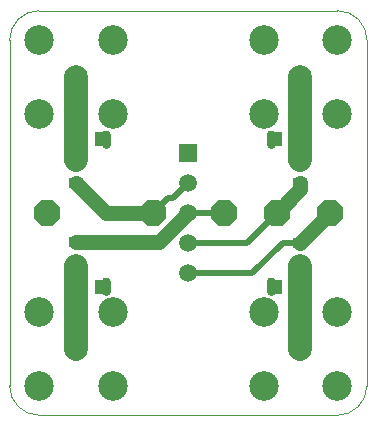
<source format=gbl>
G04*
G04 #@! TF.GenerationSoftware,Altium Limited,Altium Designer,19.1.6 (110)*
G04*
G04 Layer_Physical_Order=2*
G04 Layer_Color=16711680*
%FSLAX25Y25*%
%MOIN*%
G70*
G01*
G75*
%ADD12C,0.00394*%
%ADD21P,0.09588X8X202.5*%
%ADD22C,0.09843*%
%ADD23C,0.07874*%
%ADD24R,0.05906X0.05906*%
%ADD25C,0.05906*%
%ADD26C,0.02953*%
%ADD27R,0.04921X0.03543*%
%ADD28R,0.03543X0.04921*%
%ADD29C,0.07874*%
%ADD30C,0.02953*%
%ADD31C,0.04921*%
%ADD32C,0.01968*%
%ADD33C,0.05906*%
D12*
X-49724Y67441D02*
G03*
X-59567Y57598I0J-9843D01*
G01*
Y-57598D02*
G03*
X-49724Y-67441I9843J0D01*
G01*
X49724D02*
G03*
X59567Y-57598I0J9843D01*
G01*
Y57598D02*
G03*
X49724Y67441I-9843J0D01*
G01*
X-49724D02*
X49724D01*
X59567Y-57598D02*
Y57598D01*
X-49724Y-67441D02*
X49724D01*
X-59567Y-57598D02*
Y57598D01*
D21*
X47244Y0D02*
D03*
X29528D02*
D03*
X11811D02*
D03*
X-11811D02*
D03*
X-47244D02*
D03*
D22*
X-49724Y-32953D02*
D03*
X-25079D02*
D03*
X-49724Y-57598D02*
D03*
X-25079D02*
D03*
X25079Y-32953D02*
D03*
X49724D02*
D03*
X25079Y-57598D02*
D03*
X49724D02*
D03*
X25079Y57598D02*
D03*
X49724D02*
D03*
X25079Y32953D02*
D03*
X49724D02*
D03*
X-49724Y57598D02*
D03*
X-25079D02*
D03*
X-49724Y32953D02*
D03*
X-25079D02*
D03*
D23*
X-37402Y-45276D02*
D03*
X37402D02*
D03*
Y45276D02*
D03*
X-37402D02*
D03*
D24*
X0Y20000D02*
D03*
D25*
Y10000D02*
D03*
Y0D02*
D03*
Y-10000D02*
D03*
Y-20000D02*
D03*
D26*
X-27559Y26083D02*
D03*
Y23130D02*
D03*
X-27559Y-26083D02*
D03*
Y-23130D02*
D03*
X27559D02*
D03*
Y-26083D02*
D03*
Y26083D02*
D03*
Y23130D02*
D03*
D27*
X-37402Y17739D02*
D03*
Y9865D02*
D03*
X-37402Y-17716D02*
D03*
Y-9842D02*
D03*
X37401Y-17761D02*
D03*
Y-9887D02*
D03*
X37402Y17716D02*
D03*
Y9842D02*
D03*
D28*
X-37402Y24607D02*
D03*
X-29528D02*
D03*
X-37402Y-24606D02*
D03*
X-29528D02*
D03*
X37402D02*
D03*
X29528D02*
D03*
X37402Y24606D02*
D03*
X29528D02*
D03*
D29*
X-37402Y-45275D02*
Y-17716D01*
Y17739D02*
Y45276D01*
X37401Y-45275D02*
Y-17761D01*
X37402Y17716D02*
Y45275D01*
D30*
X27559Y23130D02*
Y26083D01*
Y-26083D02*
Y-23130D01*
X-27559Y23130D02*
Y26083D01*
X-27559Y-26083D02*
Y-23130D01*
D31*
X-37402Y9865D02*
X-27537Y0D01*
X37358Y-9887D02*
X47244Y0D01*
X37402Y7874D02*
Y9843D01*
X-27537Y0D02*
X-11811D01*
X-9843Y-9843D02*
X0Y0D01*
X-37402Y-9843D02*
X-9843D01*
X29528Y0D02*
X37402Y7874D01*
D32*
X31446Y-9887D02*
X37358D01*
X21332Y-20000D02*
X31446Y-9887D01*
X0Y-20000D02*
X21332D01*
X0Y0D02*
X11811D01*
X-6890Y4921D02*
X-5079D01*
X0Y10000D01*
X-11811Y0D02*
X-6890Y4921D01*
X0Y-10000D02*
X19528D01*
X29528Y0D01*
D33*
X37401Y-17761D02*
Y-17716D01*
X-37402Y17739D02*
X-37402Y17739D01*
M02*

</source>
